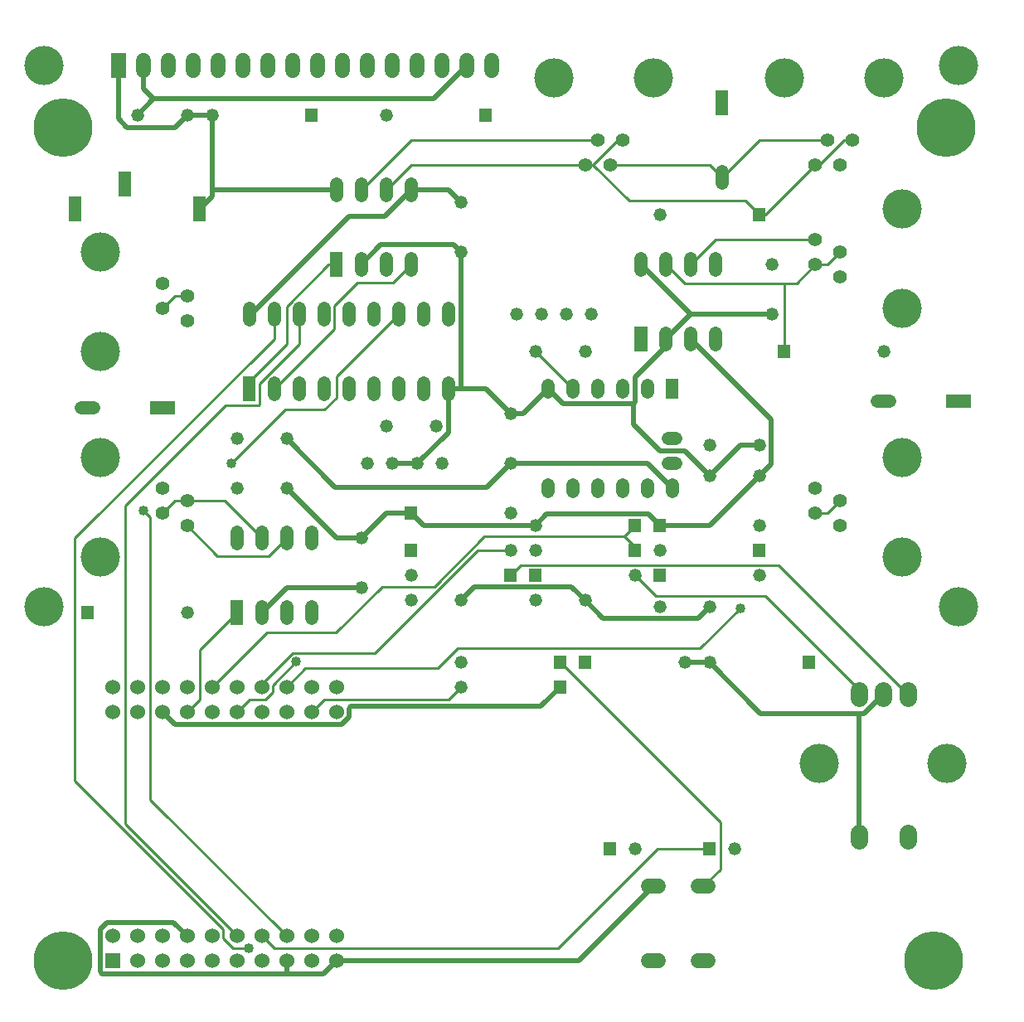
<source format=gbl>
%FSLAX24Y24*%
%MOIN*%
%ADD10C,0.0090*%
%ADD11C,0.0200*%
%ADD12C,0.0400*%
%ADD13C,0.0520*%
%ADD14C,0.0551*%
%ADD15C,0.0591*%
%ADD16C,0.0600*%
%ADD17C,0.0700*%
%ADD18C,0.1575*%
%ADD19C,0.2362*%
D10*
G01X9500Y25000D02*
X9500Y25315D01*
X9500Y25315D02*
X11000Y26815D01*
X11000Y26815D02*
X11000Y28323D01*
X11000Y28323D02*
X12676Y30000D01*
X12676Y30000D02*
X13000Y30000D01*
X23331Y34000D02*
X24331Y35000D01*
X24331Y35000D02*
X24500Y35000D01*
X23000Y34000D02*
X23331Y34000D01*
X30000Y32000D02*
X29440Y32559D01*
X29440Y32559D02*
X24771Y32559D01*
X24771Y32559D02*
X23331Y34000D01*
X32250Y34000D02*
X30250Y32000D01*
X30250Y32000D02*
X30000Y32000D01*
X15000Y33000D02*
X16000Y34000D01*
X16000Y34000D02*
X23000Y34000D01*
X33750Y35000D02*
X33419Y35000D01*
X33419Y35000D02*
X32419Y34000D01*
X32419Y34000D02*
X32250Y34000D01*
X6999Y28750D02*
X6500Y28750D01*
X6500Y28750D02*
X5999Y28249D01*
X6999Y20500D02*
X6500Y20500D01*
X6500Y20500D02*
X5999Y20000D01*
X10000Y19000D02*
X8500Y20500D01*
X8500Y20500D02*
X6999Y20500D01*
X14000Y33000D02*
X16000Y35000D01*
X16000Y35000D02*
X23500Y35000D01*
X28500Y33500D02*
X30000Y35000D01*
X30000Y35000D02*
X32750Y35000D01*
X24000Y34000D02*
X28000Y34000D01*
X28000Y34000D02*
X28500Y33500D01*
X9000Y3000D02*
X4503Y7496D01*
X4503Y7496D02*
X4503Y20296D01*
X4503Y20296D02*
X8561Y24354D01*
X8561Y24354D02*
X9879Y24354D01*
X9879Y24354D02*
X9905Y24380D01*
X9905Y24380D02*
X9905Y25219D01*
X9905Y25219D02*
X11500Y26814D01*
X11500Y26814D02*
X11500Y28000D01*
X25000Y17500D02*
X25833Y16666D01*
X25833Y16666D02*
X30242Y16666D01*
X30242Y16666D02*
X34000Y12908D01*
X34000Y12908D02*
X33999Y12708D01*
X22500Y24999D02*
X21000Y26500D01*
X16000Y30000D02*
X15272Y29272D01*
X15272Y29272D02*
X13842Y29272D01*
X13842Y29272D02*
X12912Y28342D01*
X12912Y28342D02*
X12912Y27412D01*
X12912Y27412D02*
X10500Y25000D01*
X10500Y28000D02*
X10500Y27007D01*
X10500Y27007D02*
X2484Y18992D01*
X2484Y18992D02*
X2484Y9245D01*
X2484Y9245D02*
X8445Y3284D01*
X8445Y3284D02*
X8445Y2919D01*
X8445Y2919D02*
X8859Y2505D01*
X8859Y2505D02*
X9479Y2505D01*
X20000Y17500D02*
X20405Y17905D01*
X20405Y17905D02*
X30771Y17905D01*
X30771Y17905D02*
X35968Y12708D01*
X11392Y14033D02*
X10445Y13086D01*
X10445Y13086D02*
X10445Y12806D01*
X10445Y12806D02*
X10139Y12500D01*
X10139Y12500D02*
X9500Y12500D01*
X9500Y12500D02*
X9000Y12000D01*
X31000Y29250D02*
X31500Y29250D01*
X31500Y29250D02*
X32250Y30000D01*
X26250Y30000D02*
X27000Y29250D01*
X27000Y29250D02*
X31000Y29250D01*
X31000Y29250D02*
X31000Y26500D01*
X32250Y30000D02*
X32750Y30000D01*
X32750Y30000D02*
X33250Y30500D01*
X32250Y20000D02*
X32750Y20000D01*
X32750Y20000D02*
X33250Y20500D01*
X18000Y13000D02*
X17500Y12500D01*
X17500Y12500D02*
X12500Y12500D01*
X12500Y12500D02*
X12000Y12000D01*
X15500Y28000D02*
X13000Y25500D01*
X13000Y25500D02*
X13000Y24640D01*
X13000Y24640D02*
X12525Y24166D01*
X12525Y24166D02*
X10936Y24166D01*
X10936Y24166D02*
X8769Y22000D01*
X27250Y30000D02*
X28250Y31000D01*
X28250Y31000D02*
X32250Y31000D01*
X10999Y19000D02*
X10283Y18283D01*
X10283Y18283D02*
X8216Y18283D01*
X8216Y18283D02*
X6999Y19500D01*
X24576Y19076D02*
X18957Y19076D01*
X18957Y19076D02*
X16936Y17055D01*
X16936Y17055D02*
X14832Y17055D01*
X14832Y17055D02*
X12981Y15204D01*
X12981Y15204D02*
X10204Y15204D01*
X10204Y15204D02*
X8000Y13000D01*
X25000Y19500D02*
X24576Y19076D01*
X24576Y19076D02*
X25000Y18652D01*
X25000Y18652D02*
X25000Y18500D01*
X29241Y16185D02*
X27623Y14566D01*
X27623Y14566D02*
X17885Y14566D01*
X17885Y14566D02*
X17076Y13758D01*
X17076Y13758D02*
X11758Y13758D01*
X11758Y13758D02*
X11000Y13000D01*
X9000Y16000D02*
X7500Y14500D01*
X7500Y14500D02*
X7500Y12500D01*
X7500Y12500D02*
X7000Y12000D01*
X20000Y18500D02*
X18674Y18500D01*
X18674Y18500D02*
X14553Y14378D01*
X14553Y14378D02*
X11249Y14378D01*
X11249Y14378D02*
X10000Y13129D01*
X10000Y13129D02*
X10000Y13000D01*
X28000Y6500D02*
X25927Y6500D01*
X25927Y6500D02*
X21927Y2500D01*
X21927Y2500D02*
X10500Y2500D01*
X10500Y2500D02*
X10000Y3000D01*
X5262Y20101D02*
X5518Y19846D01*
X5518Y19846D02*
X5518Y8481D01*
X5518Y8481D02*
X11000Y3000D01*
X22000Y14000D02*
X28432Y7567D01*
X28432Y7567D02*
X28432Y5682D01*
X28432Y5682D02*
X27749Y5000D01*
D11*
G01X9500Y28000D02*
X9598Y28000D01*
X9598Y28000D02*
X13531Y31932D01*
X13531Y31932D02*
X14932Y31932D01*
X14932Y31932D02*
X16000Y33000D01*
X20000Y21999D02*
X19047Y21047D01*
X19047Y21047D02*
X12952Y21047D01*
X12952Y21047D02*
X10999Y23000D01*
X20000Y21999D02*
X25500Y22000D01*
X25500Y22000D02*
X26500Y21000D01*
X6000Y12000D02*
X6500Y11499D01*
X6500Y11499D02*
X13207Y11499D01*
X13207Y11499D02*
X13501Y11793D01*
X13501Y11793D02*
X13501Y12142D01*
X13501Y12142D02*
X13586Y12227D01*
X13586Y12227D02*
X21227Y12227D01*
X21227Y12227D02*
X22000Y13000D01*
X18000Y32500D02*
X17500Y33000D01*
X17500Y33000D02*
X16000Y33000D01*
X14000Y17000D02*
X11000Y17000D01*
X11000Y17000D02*
X10000Y16000D01*
X11000Y1479D02*
X3576Y1479D01*
X3576Y1479D02*
X3499Y1557D01*
X3499Y1557D02*
X3499Y3283D01*
X3499Y3283D02*
X3771Y3555D01*
X3771Y3555D02*
X6444Y3555D01*
X6444Y3555D02*
X7000Y3000D01*
X13000Y2000D02*
X12479Y1479D01*
X12479Y1479D02*
X11000Y1479D01*
X11000Y1479D02*
X11000Y2000D01*
X24942Y24399D02*
X22100Y24399D01*
X22100Y24399D02*
X21500Y24999D01*
X26250Y27000D02*
X26250Y26716D01*
X26250Y26716D02*
X25000Y25466D01*
X25000Y25466D02*
X25000Y24457D01*
X25000Y24457D02*
X24942Y24399D01*
X24942Y24399D02*
X24942Y23583D01*
X24942Y23583D02*
X26025Y22500D01*
X26025Y22500D02*
X27000Y22500D01*
X27000Y22500D02*
X28000Y21500D01*
X27250Y28000D02*
X26250Y27000D01*
X18000Y25000D02*
X17500Y25000D01*
X20000Y23999D02*
X19000Y25000D01*
X19000Y25000D02*
X18000Y25000D01*
X18000Y25000D02*
X18000Y30500D01*
X28000Y21500D02*
X29250Y22750D01*
X29250Y22750D02*
X30000Y22750D01*
X23000Y16500D02*
X22460Y17039D01*
X22460Y17039D02*
X18539Y17039D01*
X18539Y17039D02*
X18000Y16500D01*
X25749Y5000D02*
X22750Y2000D01*
X22750Y2000D02*
X13000Y2000D01*
X34000Y11939D02*
X34215Y11939D01*
X34215Y11939D02*
X34984Y12708D01*
X28000Y14000D02*
X30060Y11939D01*
X30060Y11939D02*
X34000Y11939D01*
X33999Y6999D02*
X34000Y11939D01*
X27000Y13999D02*
X28000Y14000D01*
X17500Y25000D02*
X17500Y23250D01*
X17500Y23250D02*
X16249Y22000D01*
X27250Y28000D02*
X30500Y28000D01*
X27250Y28000D02*
X25250Y30000D01*
X20000Y23999D02*
X20500Y24000D01*
X20500Y24000D02*
X21500Y24999D01*
X7000Y36000D02*
X6514Y35514D01*
X6514Y35514D02*
X4598Y35514D01*
X4598Y35514D02*
X4250Y35862D01*
X4250Y35862D02*
X4250Y38000D01*
X8000Y36000D02*
X7000Y36000D01*
X8000Y33000D02*
X8000Y36000D01*
X7500Y32250D02*
X8000Y32750D01*
X8000Y32750D02*
X8000Y33000D01*
X8000Y33000D02*
X13000Y33000D01*
X18000Y30500D02*
X17703Y30796D01*
X17703Y30796D02*
X14796Y30796D01*
X14796Y30796D02*
X14000Y30000D01*
X23000Y16500D02*
X23710Y15789D01*
X23710Y15789D02*
X27539Y15789D01*
X27539Y15789D02*
X28000Y16250D01*
X16249Y22000D02*
X15250Y22000D01*
X21000Y19500D02*
X21460Y19960D01*
X21460Y19960D02*
X25539Y19960D01*
X25539Y19960D02*
X26000Y19500D01*
X15999Y20000D02*
X16500Y19500D01*
X16500Y19500D02*
X21000Y19500D01*
X5658Y36658D02*
X5000Y36000D01*
X18250Y38000D02*
X16908Y36658D01*
X16908Y36658D02*
X5658Y36658D01*
X5250Y38000D02*
X5250Y37066D01*
X5250Y37066D02*
X5658Y36658D01*
X30000Y21500D02*
X30488Y21988D01*
X30488Y21988D02*
X30488Y23761D01*
X30488Y23761D02*
X27250Y27000D01*
X26000Y19500D02*
X28000Y19500D01*
X28000Y19500D02*
X30000Y21500D01*
X10999Y21000D02*
X13000Y19000D01*
X13000Y19000D02*
X14000Y19000D01*
X15999Y20000D02*
X15000Y20000D01*
X15000Y20000D02*
X14000Y19000D01*
D12*
G01X9479Y2505D03*
X11392Y14033D03*
X8769Y22000D03*
X29241Y16185D03*
X5262Y20101D03*
D13*
G01X26000Y16250D03*
X28000Y16250D03*
X16000Y17500D03*
X10999Y23000D03*
X9000Y23000D03*
X15000Y36000D03*
X5000Y36000D03*
X7000Y36000D03*
X26000Y18500D03*
X20000Y18500D03*
X7000Y16000D03*
X25000Y17500D03*
X25000Y6500D03*
X17250Y22000D03*
X16249Y22000D03*
X10999Y21000D03*
X9000Y21000D03*
X26000Y32000D03*
X17000Y23500D03*
X15000Y23500D03*
X21000Y26500D03*
X23000Y26500D03*
X21000Y16500D03*
X23000Y16500D03*
X30000Y17500D03*
X15250Y22000D03*
X14250Y22000D03*
X20000Y21999D03*
X20000Y23999D03*
X35000Y26500D03*
X29000Y6500D03*
X20250Y28000D03*
X21250Y28000D03*
X16000Y16500D03*
X18000Y16500D03*
X28000Y22750D03*
X30000Y22750D03*
X14000Y19000D03*
X14000Y17000D03*
X30500Y30000D03*
X30500Y28000D03*
X30000Y21500D03*
X28000Y21500D03*
X21000Y18500D03*
X8000Y36000D03*
X22250Y28000D03*
X23250Y28000D03*
X18000Y32500D03*
X18000Y30500D03*
X20000Y20000D03*
X30000Y19500D03*
X21000Y19500D03*
X18000Y14000D03*
X27000Y13999D03*
X28000Y14000D03*
X18000Y13000D03*
X10999Y15760D02*
X10999Y16240D01*
X10000Y18760D02*
X10000Y19240D01*
X10999Y18760D02*
X10999Y19240D01*
X11999Y15760D02*
X11999Y16240D01*
X9000Y18760D02*
X9000Y19240D01*
X10000Y15760D02*
X10000Y16240D01*
X11999Y18760D02*
X11999Y19240D01*
X28500Y33740D02*
X28500Y33260D01*
X25500Y21139D02*
X25500Y20859D01*
X21500Y25139D02*
X21500Y24860D01*
X22500Y25139D02*
X22500Y24860D01*
X21500Y21139D02*
X21500Y20859D01*
X26500Y21139D02*
X26500Y20859D01*
X26640Y22999D02*
X26360Y22999D01*
X23500Y21139D02*
X23500Y20859D01*
X26640Y21999D02*
X26360Y21999D01*
X24500Y25139D02*
X24500Y24860D01*
X22500Y21139D02*
X22500Y20859D01*
X24500Y21139D02*
X24500Y20859D01*
X23500Y25139D02*
X23500Y24860D01*
X25500Y25139D02*
X25500Y24860D01*
X3240Y24250D02*
X2760Y24250D01*
X27250Y26760D02*
X27250Y27239D01*
X26250Y29760D02*
X26250Y30240D01*
X27250Y29760D02*
X27250Y30240D01*
X28250Y26760D02*
X28250Y27239D01*
X25250Y29760D02*
X25250Y30240D01*
X26250Y26760D02*
X26250Y27239D01*
X28250Y29760D02*
X28250Y30240D01*
X11500Y24760D02*
X11500Y25240D01*
X16500Y27760D02*
X16500Y28240D01*
X17500Y24760D02*
X17500Y25240D01*
X17500Y27760D02*
X17500Y28240D01*
X12500Y24760D02*
X12500Y25240D01*
X15500Y27760D02*
X15500Y28240D01*
X10500Y24760D02*
X10500Y25240D01*
X11500Y27760D02*
X11500Y28240D01*
X13500Y27760D02*
X13500Y28240D01*
X9500Y27760D02*
X9500Y28240D01*
X14500Y27760D02*
X14500Y28240D01*
X15500Y24760D02*
X15500Y25240D01*
X16500Y24760D02*
X16500Y25240D01*
X14500Y24760D02*
X14500Y25240D01*
X10500Y27760D02*
X10500Y28240D01*
X13500Y24760D02*
X13500Y25240D01*
X12500Y27760D02*
X12500Y28240D01*
X35240Y24500D02*
X34760Y24500D01*
X15000Y29760D02*
X15000Y30240D01*
X14000Y32760D02*
X14000Y33240D01*
X15000Y32760D02*
X15000Y33240D01*
X16000Y29760D02*
X16000Y30240D01*
X13000Y32760D02*
X13000Y33240D01*
X14000Y29760D02*
X14000Y30240D01*
X16000Y32760D02*
X16000Y33240D01*
D14*
G01X32250Y31000D03*
X33250Y30500D03*
X33250Y29500D03*
X32250Y30000D03*
X32250Y34000D03*
X32750Y35000D03*
X33750Y35000D03*
X33250Y34000D03*
X6999Y27749D03*
X5999Y28249D03*
X6000Y29250D03*
X6999Y28750D03*
X6999Y19500D03*
X5999Y20000D03*
X6000Y21000D03*
X6999Y20500D03*
X32250Y21000D03*
X33250Y20500D03*
X33250Y19500D03*
X32250Y20000D03*
X23000Y34000D03*
X23500Y35000D03*
X24500Y35000D03*
X24000Y34000D03*
D15*
G01X14250Y37795D02*
X14250Y38204D01*
X7250Y37795D02*
X7250Y38204D01*
X8250Y37795D02*
X8250Y38204D01*
X17250Y37795D02*
X17250Y38204D01*
X16250Y37795D02*
X16250Y38204D01*
X6250Y37795D02*
X6250Y38204D01*
X12250Y37795D02*
X12250Y38204D01*
X10250Y37795D02*
X10250Y38204D01*
X13250Y37795D02*
X13250Y38204D01*
X15250Y37795D02*
X15250Y38204D01*
X9250Y37795D02*
X9250Y38204D01*
X11250Y37795D02*
X11250Y38204D01*
X19250Y37795D02*
X19250Y38204D01*
X18250Y37795D02*
X18250Y38204D01*
X5250Y37795D02*
X5250Y38204D01*
D16*
G01X11000Y2000D03*
X7000Y12000D03*
X8000Y12000D03*
X5000Y2000D03*
X10000Y13000D03*
X6000Y13000D03*
X8000Y3000D03*
X9000Y13000D03*
X11000Y3000D03*
X12000Y2000D03*
X13000Y12000D03*
X13000Y2000D03*
X9000Y2000D03*
X4000Y13000D03*
X7000Y13000D03*
X11000Y13000D03*
X10000Y2000D03*
X4000Y3000D03*
X12000Y12000D03*
X7000Y3000D03*
X5000Y12000D03*
X8000Y13000D03*
X11000Y12000D03*
X9000Y12000D03*
X13000Y13000D03*
X9000Y3000D03*
X12000Y3000D03*
X12000Y13000D03*
X10000Y12000D03*
X6000Y2000D03*
X6000Y12000D03*
X7000Y2000D03*
X13000Y3000D03*
X5000Y13000D03*
X10000Y3000D03*
X6000Y3000D03*
X5000Y3000D03*
X8000Y2000D03*
X4000Y12000D03*
X27549Y2000D02*
X27949Y1999D01*
X27549Y5000D02*
X27949Y5000D01*
X25549Y2000D02*
X25949Y2000D01*
X25549Y5000D02*
X25949Y5000D01*
D17*
G01X35968Y12558D02*
X35968Y12858D01*
X35968Y6849D02*
X35968Y7149D01*
X34984Y12558D02*
X34984Y12858D01*
X34000Y12558D02*
X34000Y12858D01*
X34000Y6849D02*
X34000Y7149D01*
D18*
G01X35750Y28250D03*
X35750Y32250D03*
X35000Y37500D03*
X31000Y37500D03*
X3500Y30500D03*
X3499Y26499D03*
X3500Y22250D03*
X3499Y18250D03*
X1250Y16250D03*
X38000Y38000D03*
X38000Y16250D03*
X1250Y38000D03*
X35750Y18250D03*
X35750Y22250D03*
X32425Y9952D03*
X37543Y9952D03*
X25750Y37500D03*
X21750Y37500D03*
D19*
G01X2000Y35500D03*
X37500Y35500D03*
X37000Y2000D03*
X2000Y2000D03*
G36*
X9260Y16500D02*G01*
X8740Y16500D01*X8740Y15500D01*X9260Y15500D01*G37*
G36*
X19739Y17240D02*G01*
X20259Y17240D01*X20259Y17760D01*X19739Y17760D01*G37*
G36*
X4300Y2300D02*G01*
X3700Y2300D01*X3700Y1700D01*X4300Y1700D01*G37*
G36*
X28240Y36000D02*G01*
X28760Y36000D01*X28760Y37000D01*X28240Y37000D01*G37*
G36*
X18740Y35740D02*G01*
X19260Y35740D01*X19260Y36260D01*X18740Y36260D01*G37*
G36*
X4240Y32750D02*G01*
X4760Y32750D01*X4760Y33750D01*X4240Y33750D01*G37*
G36*
X7240Y31750D02*G01*
X7760Y31750D01*X7760Y32750D01*X7240Y32750D01*G37*
G36*
X2240Y31750D02*G01*
X2760Y31750D01*X2760Y32750D01*X2240Y32750D01*G37*
G36*
X29740Y18239D02*G01*
X30260Y18239D01*X30260Y18759D01*X29740Y18759D01*G37*
G36*
X26240Y24599D02*G01*
X26760Y24599D01*X26760Y25399D01*X26240Y25399D01*G37*
G36*
X16260Y18760D02*G01*
X15740Y18760D01*X15740Y18240D01*X16260Y18240D01*G37*
G36*
X3260Y16260D02*G01*
X2740Y16260D01*X2740Y15740D01*X3260Y15740D01*G37*
G36*
X21260Y17760D02*G01*
X20740Y17760D01*X20740Y17240D01*X21260Y17240D01*G37*
G36*
X24260Y6759D02*G01*
X23740Y6759D01*X23740Y6240D01*X24260Y6240D01*G37*
G36*
X29740Y31740D02*G01*
X30260Y31740D01*X30260Y32260D01*X29740Y32260D01*G37*
G36*
X5500Y24509D02*G01*
X5500Y23989D01*X6500Y23989D01*X6500Y24509D01*G37*
G36*
X25510Y27500D02*G01*
X24990Y27500D01*X24990Y26499D01*X25510Y26499D01*G37*
G36*
X9760Y25500D02*G01*
X9240Y25500D01*X9240Y24500D01*X9760Y24500D01*G37*
G36*
X26260Y17760D02*G01*
X25740Y17760D01*X25740Y17240D01*X26260Y17240D01*G37*
G36*
X31260Y26760D02*G01*
X30740Y26760D01*X30740Y26240D01*X31260Y26240D01*G37*
G36*
X28260Y6759D02*G01*
X27740Y6759D01*X27740Y6240D01*X28260Y6240D01*G37*
G36*
X37500Y24760D02*G01*
X37500Y24240D01*X38500Y24240D01*X38500Y24760D01*G37*
G36*
X4545Y38500D02*G01*
X3954Y38500D01*X3954Y37500D01*X4545Y37500D01*G37*
G36*
X13260Y30500D02*G01*
X12740Y30500D01*X12740Y29500D01*X13260Y29500D01*G37*
G36*
X24739Y18239D02*G01*
X25259Y18239D01*X25259Y18759D01*X24739Y18759D01*G37*
G36*
X11739Y35740D02*G01*
X12259Y35740D01*X12259Y36260D01*X11739Y36260D01*G37*
G36*
X16260Y20260D02*G01*
X15740Y20260D01*X15740Y19740D01*X16260Y19740D01*G37*
G36*
X26260Y19760D02*G01*
X25740Y19760D01*X25740Y19240D01*X26260Y19240D01*G37*
G36*
X24739Y19240D02*G01*
X25259Y19240D01*X25259Y19760D01*X24739Y19760D01*G37*
G36*
X21740Y13740D02*G01*
X22260Y13740D01*X22260Y14260D01*X21740Y14260D01*G37*
G36*
X23260Y14260D02*G01*
X22740Y14260D01*X22740Y13740D01*X23260Y13740D01*G37*
G36*
X31740Y13740D02*G01*
X32260Y13740D01*X32260Y14260D01*X31740Y14260D01*G37*
G36*
X21740Y12740D02*G01*
X22260Y12740D01*X22260Y13260D01*X21740Y13260D01*G37*
M02*

</source>
